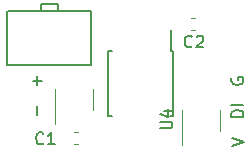
<source format=gbr>
G04 #@! TF.GenerationSoftware,KiCad,Pcbnew,7.0.3*
G04 #@! TF.CreationDate,2023-07-10T18:08:12+01:00*
G04 #@! TF.ProjectId,attiny85_ws2812_touch,61747469-6e79-4383-955f-777332383132,rev?*
G04 #@! TF.SameCoordinates,Original*
G04 #@! TF.FileFunction,Legend,Top*
G04 #@! TF.FilePolarity,Positive*
%FSLAX46Y46*%
G04 Gerber Fmt 4.6, Leading zero omitted, Abs format (unit mm)*
G04 Created by KiCad (PCBNEW 7.0.3) date 2023-07-10 18:08:12*
%MOMM*%
%LPD*%
G01*
G04 APERTURE LIST*
%ADD10C,0.150000*%
%ADD11C,0.120000*%
G04 APERTURE END LIST*
D10*
X123263866Y-76787067D02*
X123263866Y-76025163D01*
X123644819Y-76406115D02*
X122882914Y-76406115D01*
X123263866Y-79276267D02*
X123263866Y-78514363D01*
X139761238Y-76144211D02*
X139713619Y-76239449D01*
X139713619Y-76239449D02*
X139713619Y-76382306D01*
X139713619Y-76382306D02*
X139761238Y-76525163D01*
X139761238Y-76525163D02*
X139856476Y-76620401D01*
X139856476Y-76620401D02*
X139951714Y-76668020D01*
X139951714Y-76668020D02*
X140142190Y-76715639D01*
X140142190Y-76715639D02*
X140285047Y-76715639D01*
X140285047Y-76715639D02*
X140475523Y-76668020D01*
X140475523Y-76668020D02*
X140570761Y-76620401D01*
X140570761Y-76620401D02*
X140666000Y-76525163D01*
X140666000Y-76525163D02*
X140713619Y-76382306D01*
X140713619Y-76382306D02*
X140713619Y-76287068D01*
X140713619Y-76287068D02*
X140666000Y-76144211D01*
X140666000Y-76144211D02*
X140618380Y-76096592D01*
X140618380Y-76096592D02*
X140285047Y-76096592D01*
X140285047Y-76096592D02*
X140285047Y-76287068D01*
X139764419Y-81870248D02*
X140764419Y-81536915D01*
X140764419Y-81536915D02*
X139764419Y-81203582D01*
X140713619Y-79446115D02*
X139713619Y-79446115D01*
X139713619Y-79446115D02*
X139713619Y-79208020D01*
X139713619Y-79208020D02*
X139761238Y-79065163D01*
X139761238Y-79065163D02*
X139856476Y-78969925D01*
X139856476Y-78969925D02*
X139951714Y-78922306D01*
X139951714Y-78922306D02*
X140142190Y-78874687D01*
X140142190Y-78874687D02*
X140285047Y-78874687D01*
X140285047Y-78874687D02*
X140475523Y-78922306D01*
X140475523Y-78922306D02*
X140570761Y-78969925D01*
X140570761Y-78969925D02*
X140666000Y-79065163D01*
X140666000Y-79065163D02*
X140713619Y-79208020D01*
X140713619Y-79208020D02*
X140713619Y-79446115D01*
X140713619Y-78446115D02*
X139713619Y-78446115D01*
X136380817Y-73460780D02*
X136333198Y-73508400D01*
X136333198Y-73508400D02*
X136190341Y-73556019D01*
X136190341Y-73556019D02*
X136095103Y-73556019D01*
X136095103Y-73556019D02*
X135952246Y-73508400D01*
X135952246Y-73508400D02*
X135857008Y-73413161D01*
X135857008Y-73413161D02*
X135809389Y-73317923D01*
X135809389Y-73317923D02*
X135761770Y-73127447D01*
X135761770Y-73127447D02*
X135761770Y-72984590D01*
X135761770Y-72984590D02*
X135809389Y-72794114D01*
X135809389Y-72794114D02*
X135857008Y-72698876D01*
X135857008Y-72698876D02*
X135952246Y-72603638D01*
X135952246Y-72603638D02*
X136095103Y-72556019D01*
X136095103Y-72556019D02*
X136190341Y-72556019D01*
X136190341Y-72556019D02*
X136333198Y-72603638D01*
X136333198Y-72603638D02*
X136380817Y-72651257D01*
X136761770Y-72651257D02*
X136809389Y-72603638D01*
X136809389Y-72603638D02*
X136904627Y-72556019D01*
X136904627Y-72556019D02*
X137142722Y-72556019D01*
X137142722Y-72556019D02*
X137237960Y-72603638D01*
X137237960Y-72603638D02*
X137285579Y-72651257D01*
X137285579Y-72651257D02*
X137333198Y-72746495D01*
X137333198Y-72746495D02*
X137333198Y-72841733D01*
X137333198Y-72841733D02*
X137285579Y-72984590D01*
X137285579Y-72984590D02*
X136714151Y-73556019D01*
X136714151Y-73556019D02*
X137333198Y-73556019D01*
X123782417Y-81664980D02*
X123734798Y-81712600D01*
X123734798Y-81712600D02*
X123591941Y-81760219D01*
X123591941Y-81760219D02*
X123496703Y-81760219D01*
X123496703Y-81760219D02*
X123353846Y-81712600D01*
X123353846Y-81712600D02*
X123258608Y-81617361D01*
X123258608Y-81617361D02*
X123210989Y-81522123D01*
X123210989Y-81522123D02*
X123163370Y-81331647D01*
X123163370Y-81331647D02*
X123163370Y-81188790D01*
X123163370Y-81188790D02*
X123210989Y-80998314D01*
X123210989Y-80998314D02*
X123258608Y-80903076D01*
X123258608Y-80903076D02*
X123353846Y-80807838D01*
X123353846Y-80807838D02*
X123496703Y-80760219D01*
X123496703Y-80760219D02*
X123591941Y-80760219D01*
X123591941Y-80760219D02*
X123734798Y-80807838D01*
X123734798Y-80807838D02*
X123782417Y-80855457D01*
X124734798Y-81760219D02*
X124163370Y-81760219D01*
X124449084Y-81760219D02*
X124449084Y-80760219D01*
X124449084Y-80760219D02*
X124353846Y-80903076D01*
X124353846Y-80903076D02*
X124258608Y-80998314D01*
X124258608Y-80998314D02*
X124163370Y-81045933D01*
X133699619Y-80423020D02*
X134509142Y-80423020D01*
X134509142Y-80423020D02*
X134604380Y-80375401D01*
X134604380Y-80375401D02*
X134652000Y-80327782D01*
X134652000Y-80327782D02*
X134699619Y-80232544D01*
X134699619Y-80232544D02*
X134699619Y-80042068D01*
X134699619Y-80042068D02*
X134652000Y-79946830D01*
X134652000Y-79946830D02*
X134604380Y-79899211D01*
X134604380Y-79899211D02*
X134509142Y-79851592D01*
X134509142Y-79851592D02*
X133699619Y-79851592D01*
X134032952Y-78946830D02*
X134699619Y-78946830D01*
X133652000Y-79184925D02*
X134366285Y-79423020D01*
X134366285Y-79423020D02*
X134366285Y-78803973D01*
X134784200Y-73856400D02*
X134579200Y-73856400D01*
X134784200Y-73856400D02*
X134784200Y-79356400D01*
X134579200Y-73856400D02*
X134579200Y-72106400D01*
X129274200Y-73856400D02*
X129574200Y-73856400D01*
X129274200Y-73856400D02*
X129274200Y-79356400D01*
X134784200Y-79356400D02*
X134484200Y-79356400D01*
X129274200Y-79356400D02*
X129574200Y-79356400D01*
D11*
X128015600Y-78899600D02*
X128015600Y-77099600D01*
X124795600Y-77099600D02*
X124795600Y-80049600D01*
X136303633Y-71041800D02*
X136596167Y-71041800D01*
X136303633Y-72061800D02*
X136596167Y-72061800D01*
D10*
X120700800Y-75082400D02*
X120700800Y-70510400D01*
X120827800Y-70510400D02*
X127812800Y-70510400D01*
X123621800Y-70510400D02*
X123621800Y-69875400D01*
X125018800Y-69875400D02*
X123621800Y-69875400D01*
X125018800Y-69875400D02*
X125018800Y-70510400D01*
X127812800Y-70510400D02*
X127812800Y-75082400D01*
X127812800Y-75082400D02*
X120700800Y-75082400D01*
D11*
X126689067Y-81739200D02*
X126396533Y-81739200D01*
X126689067Y-80719200D02*
X126396533Y-80719200D01*
X138754800Y-80659800D02*
X138754800Y-78859800D01*
X135534800Y-78859800D02*
X135534800Y-81809800D01*
M02*

</source>
